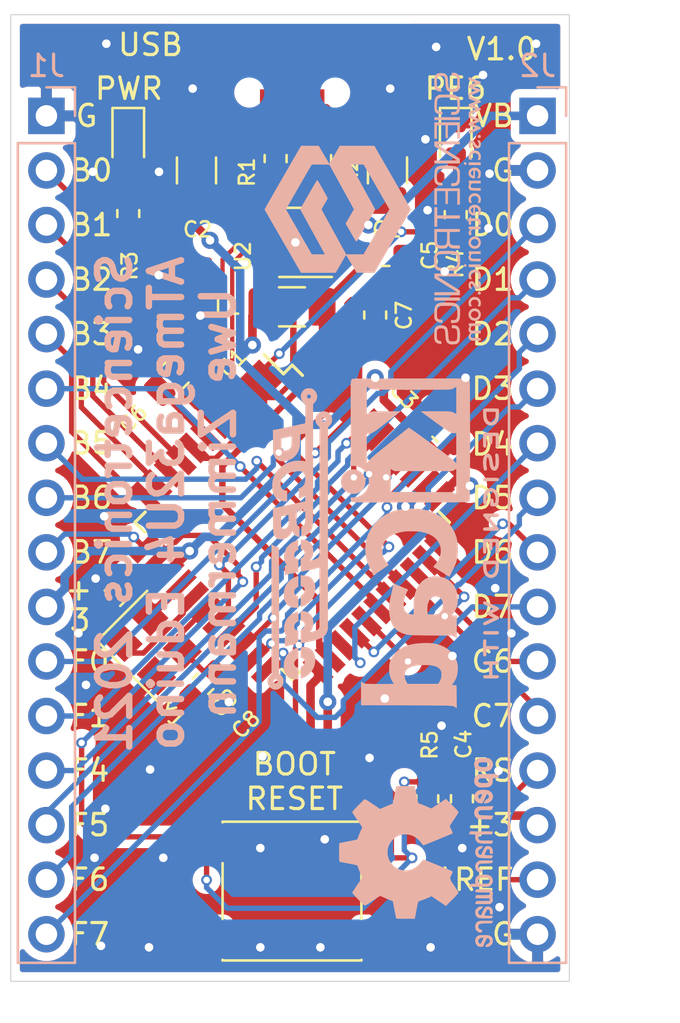
<source format=kicad_pcb>
(kicad_pcb (version 20171130) (host pcbnew "(5.1.5)-3")
  (title_block (date 2020-08-15) (rev v1.0))
  (layers (0 F.Cu signal) (1 In1.Cu signal hide) (2 In2.Cu signal hide) (31 B.Cu signal) (34 B.Paste user) (35 F.Paste user) (36 B.SilkS user) (37 F.SilkS user) (38 B.Mask user) (39 F.Mask user hide) (44 Edge.Cuts user))
  (net 0 "")
  (net 1 "Net-(D1-Pad2)")
  (net 2 "Net-(J3-Pad4)")
  (net 3 "Net-(J3-Pad3)")
  (net 4 "Net-(J3-Pad2)")
  (net 5 VDDA)
  (net 6 +3V3)
  (net 7 GND)
  (net 8 VBUS)
  (net 9 "Net-(U2-Pad4)")
  (net 10 "Net-(C6-Pad1)")
  (net 11 AREF)
  (net 12 "Net-(C8-Pad2)")
  (net 13 "Net-(C9-Pad2)")
  (net 14 "Net-(D2-Pad2)")
  (net 15 D+)
  (net 16 D-)
  (net 17 PE6)
  (net 18 RESET)
  (net 19 PF0)
  (net 20 PF1)
  (net 21 PF4)
  (net 22 PF5)
  (net 23 PF6)
  (net 24 PF7)
  (net 25 PC7)
  (net 26 PC6)
  (net 27 PB6)
  (net 28 PB5)
  (net 29 PB4)
  (net 30 PD7)
  (net 31 PD6)
  (net 32 PD4)
  (net 33 PD5)
  (net 34 PD3)
  (net 35 PD2)
  (net 36 PD1)
  (net 37 PD0)
  (net 38 PB7)
  (net 39 PB3)
  (net 40 PB2)
  (net 41 PB1)
  (net 42 PB0)
  (module 20200622_m32u4:scienctronics (layer B.Cu) (at 152.4 97.028 270)
    (fp_text reference G*** hide)
    (fp_text value LOGO hide)
  )
  (module Fiducial:Fiducial_1mm_Mask2mm (layer F.Cu) (at 157 131)
    (fp_text reference REF** hide)
    (fp_text value Fiducial_1mm_Mask2mm)
    (pad "" smd circle (at 0 0) (size 1 1) (layers F.Cu F.Mask) (clearance 0.5))
  )
  (module 20200622_m32u4:pcbgogo (layer B.Cu) (at 148.95 112.4 270)
    (fp_text reference G*** hide)
    (fp_text value LOGO hide)
  )
  (module Capacitor_SMD:C_0603_1608Metric (layer F.Cu) (at 152.9625 99.187)
    (fp_text reference C5 (at 2.038 0.013 90) (layer F.SilkS) (effects (font (size 0.7 0.7) (thickness 0.12))))
    (fp_text value 100n)
    (pad 2 smd roundrect (at 0.7875 0) (size 0.875 0.95) (layers F.Cu F.Paste F.Mask) (net 7 GND))
    (pad 1 smd roundrect (at -0.7875 0) (size 0.875 0.95) (layers F.Cu F.Paste F.Mask) (net 5 VDDA))
  )
  (module Package_TO_SOT_SMD:SOT-23-5 (layer F.Cu) (at 148.9 98.6 180)
    (fp_text reference U2 (at 2.59 -0.648 90) (layer F.SilkS) (effects (font (size 0.7 0.7) (thickness 0.12))))
    (fp_text value MIC5219-3.3YM5)
    (pad 5 smd rect (at 1.1 -0.95 180) (size 1.06 0.65) (layers F.Cu F.Paste F.Mask) (net 6 +3V3))
    (pad 4 smd rect (at 1.1 0.95 180) (size 1.06 0.65) (layers F.Cu F.Paste F.Mask) (net 9 "Net-(U2-Pad4)"))
    (pad 3 smd rect (at -1.1 0.95 180) (size 1.06 0.65) (layers F.Cu F.Paste F.Mask) (net 8 VBUS))
    (pad 2 smd rect (at -1.1 0 180) (size 1.06 0.65) (layers F.Cu F.Paste F.Mask) (net 7 GND))
    (pad 1 smd rect (at -1.1 -0.95 180) (size 1.06 0.65) (layers F.Cu F.Paste F.Mask) (net 8 VBUS))
  )
  (module 20200622_m32u4:micro-5P-Flat-welding-High-temperature_C40942 (layer F.Cu) (at 148.6 90.1)
    (fp_text reference J3 hide)
    (fp_text value USB_B_Micro)
    (pad "" np_thru_hole circle (at 2 1.525) (size 0.6 0.6) (drill 0.6) (layers *.Cu *.Mask))
    (pad "" np_thru_hole circle (at -2 1.525) (size 0.6 0.6) (drill 0.6) (layers *.Cu *.Mask))
    (pad 6 smd rect (at -1.2 -0.625) (size 1.9 1.9) (layers F.Cu F.Paste F.Mask) (net 7 GND))
    (pad 6 smd rect (at 1.2 -0.625) (size 1.9 1.9) (layers F.Cu F.Paste F.Mask) (net 7 GND))
    (pad 6 smd rect (at -3.95 -0.625) (size 1.9 1.9) (layers F.Cu F.Paste F.Mask) (net 7 GND))
    (pad 6 smd rect (at 3.95 -0.625) (size 1.9 1.9) (layers F.Cu F.Paste F.Mask) (net 7 GND))
    (pad 1 smd rect (at 1.3 2.05) (size 0.4 1.35) (layers F.Cu F.Paste F.Mask) (net 8 VBUS))
    (pad 2 smd rect (at 0.65 2.05) (size 0.4 1.35) (layers F.Cu F.Paste F.Mask) (net 4 "Net-(J3-Pad2)"))
    (pad 3 smd rect (at 0 2.05) (size 0.4 1.35) (layers F.Cu F.Paste F.Mask) (net 3 "Net-(J3-Pad3)"))
    (pad 4 smd rect (at -0.65 2.05) (size 0.4 1.35) (layers F.Cu F.Paste F.Mask) (net 2 "Net-(J3-Pad4)"))
    (pad 5 smd rect (at -1.3 2.05) (size 0.4 1.35) (layers F.Cu F.Paste F.Mask) (net 7 GND))
  )
  (module Symbol:KiCad-Logo2_6mm_SilkScreen (layer B.Cu) (at 153.85 112.6 270)
    (fp_text reference REF** hide)
    (fp_text value KiCad-Logo2_6mm_SilkScreen hide)
  )
  (module Symbol:OSHW-Logo2_9.8x8mm_SilkScreen (layer B.Cu) (at 154.5 127 270)
    (fp_text reference REF** hide)
    (fp_text value OSHW-Logo2_9.8x8mm_SilkScreen hide)
  )
  (module Connector_PinHeader_2.54mm:PinHeader_1x16_P2.54mm_Vertical (layer B.Cu) (at 160.02 92.71 180)
    (fp_text reference J2 (at 0 2.33) (layer B.SilkS) (effects (justify mirror)))
    (fp_text value Conn_01x16)
    (pad 16 thru_hole oval (at 0 -38.1 180) (size 1.7 1.7) (drill 1) (layers *.Cu *.Mask) (net 7 GND))
    (pad 15 thru_hole oval (at 0 -35.56 180) (size 1.7 1.7) (drill 1) (layers *.Cu *.Mask) (net 11 AREF))
    (pad 14 thru_hole oval (at 0 -33.02 180) (size 1.7 1.7) (drill 1) (layers *.Cu *.Mask) (net 6 +3V3))
    (pad 13 thru_hole oval (at 0 -30.48 180) (size 1.7 1.7) (drill 1) (layers *.Cu *.Mask) (net 18 RESET))
    (pad 12 thru_hole oval (at 0 -27.94 180) (size 1.7 1.7) (drill 1) (layers *.Cu *.Mask) (net 25 PC7))
    (pad 11 thru_hole oval (at 0 -25.4 180) (size 1.7 1.7) (drill 1) (layers *.Cu *.Mask) (net 26 PC6))
    (pad 10 thru_hole oval (at 0 -22.86 180) (size 1.7 1.7) (drill 1) (layers *.Cu *.Mask) (net 30 PD7))
    (pad 9 thru_hole oval (at 0 -20.32 180) (size 1.7 1.7) (drill 1) (layers *.Cu *.Mask) (net 31 PD6))
    (pad 8 thru_hole oval (at 0 -17.78 180) (size 1.7 1.7) (drill 1) (layers *.Cu *.Mask) (net 33 PD5))
    (pad 7 thru_hole oval (at 0 -15.24 180) (size 1.7 1.7) (drill 1) (layers *.Cu *.Mask) (net 32 PD4))
    (pad 6 thru_hole oval (at 0 -12.7 180) (size 1.7 1.7) (drill 1) (layers *.Cu *.Mask) (net 34 PD3))
    (pad 5 thru_hole oval (at 0 -10.16 180) (size 1.7 1.7) (drill 1) (layers *.Cu *.Mask) (net 35 PD2))
    (pad 4 thru_hole oval (at 0 -7.62 180) (size 1.7 1.7) (drill 1) (layers *.Cu *.Mask) (net 36 PD1))
    (pad 3 thru_hole oval (at 0 -5.08 180) (size 1.7 1.7) (drill 1) (layers *.Cu *.Mask) (net 37 PD0))
    (pad 2 thru_hole oval (at 0 -2.54 180) (size 1.7 1.7) (drill 1) (layers *.Cu *.Mask) (net 7 GND))
    (pad 1 thru_hole rect (at 0 0 180) (size 1.7 1.7) (drill 1) (layers *.Cu *.Mask) (net 8 VBUS))
  )
  (module Crystal:Crystal_SMD_3225-4Pin_3.2x2.5mm (layer F.Cu) (at 142.1 117.4 315)
    (fp_text reference Y1 (at 2.899138 1.626346 135) (layer F.SilkS) (effects (font (size 0.7 0.7) (thickness 0.12))))
    (fp_text value Crystal_GND24)
    (pad 4 smd rect (at -1.1 -0.85 315) (size 1.4 1.2) (layers F.Cu F.Paste F.Mask) (net 7 GND))
    (pad 3 smd rect (at 1.1 -0.85 315) (size 1.4 1.2) (layers F.Cu F.Paste F.Mask) (net 12 "Net-(C8-Pad2)"))
    (pad 2 smd rect (at 1.1 0.85 315) (size 1.4 1.2) (layers F.Cu F.Paste F.Mask) (net 7 GND))
    (pad 1 smd rect (at -1.1 0.85 315) (size 1.4 1.2) (layers F.Cu F.Paste F.Mask) (net 13 "Net-(C9-Pad2)"))
  )
  (module Fiducial:Fiducial_1mm_Mask2mm (layer F.Cu) (at 138 90)
    (fp_text reference REF** hide)
    (fp_text value Fiducial_1mm_Mask2mm)
    (pad "" smd circle (at 0 0) (size 1 1) (layers F.Cu F.Mask) (clearance 0.5))
  )
  (module Package_QFP:TQFP-44_10x10mm_P0.8mm (layer F.Cu) (at 148.6 111.633 315)
    (fp_text reference U1 (at -7.235824 -3.276026 225) (layer F.SilkS) (effects (font (size 0.7 0.7) (thickness 0.12))))
    (fp_text value ATmega32U4-AU)
    (pad 44 smd rect (at -4 -5.7 45) (size 1.5 0.55) (layers F.Cu F.Paste F.Mask) (net 5 VDDA))
    (pad 43 smd rect (at -3.2 -5.7 45) (size 1.5 0.55) (layers F.Cu F.Paste F.Mask) (net 7 GND))
    (pad 42 smd rect (at -2.4 -5.7 45) (size 1.5 0.55) (layers F.Cu F.Paste F.Mask) (net 11 AREF))
    (pad 41 smd rect (at -1.6 -5.7 45) (size 1.5 0.55) (layers F.Cu F.Paste F.Mask) (net 19 PF0))
    (pad 40 smd rect (at -0.8 -5.7 45) (size 1.5 0.55) (layers F.Cu F.Paste F.Mask) (net 20 PF1))
    (pad 39 smd rect (at 0 -5.7 45) (size 1.5 0.55) (layers F.Cu F.Paste F.Mask) (net 21 PF4))
    (pad 38 smd rect (at 0.8 -5.7 45) (size 1.5 0.55) (layers F.Cu F.Paste F.Mask) (net 22 PF5))
    (pad 37 smd rect (at 1.6 -5.7 45) (size 1.5 0.55) (layers F.Cu F.Paste F.Mask) (net 23 PF6))
    (pad 36 smd rect (at 2.4 -5.7 45) (size 1.5 0.55) (layers F.Cu F.Paste F.Mask) (net 24 PF7))
    (pad 35 smd rect (at 3.2 -5.7 45) (size 1.5 0.55) (layers F.Cu F.Paste F.Mask) (net 7 GND))
    (pad 34 smd rect (at 4 -5.7 45) (size 1.5 0.55) (layers F.Cu F.Paste F.Mask) (net 6 +3V3))
    (pad 33 smd rect (at 5.7 -4 315) (size 1.5 0.55) (layers F.Cu F.Paste F.Mask) (net 7 GND))
    (pad 32 smd rect (at 5.7 -3.2 315) (size 1.5 0.55) (layers F.Cu F.Paste F.Mask) (net 25 PC7))
    (pad 31 smd rect (at 5.7 -2.4 315) (size 1.5 0.55) (layers F.Cu F.Paste F.Mask) (net 26 PC6))
    (pad 30 smd rect (at 5.7 -1.6 315) (size 1.5 0.55) (layers F.Cu F.Paste F.Mask) (net 27 PB6))
    (pad 29 smd rect (at 5.7 -0.8 315) (size 1.5 0.55) (layers F.Cu F.Paste F.Mask) (net 28 PB5))
    (pad 28 smd rect (at 5.7 0 315) (size 1.5 0.55) (layers F.Cu F.Paste F.Mask) (net 29 PB4))
    (pad 27 smd rect (at 5.7 0.8 315) (size 1.5 0.55) (layers F.Cu F.Paste F.Mask) (net 30 PD7))
    (pad 26 smd rect (at 5.7 1.6 315) (size 1.5 0.55) (layers F.Cu F.Paste F.Mask) (net 31 PD6))
    (pad 25 smd rect (at 5.7 2.4 315) (size 1.5 0.55) (layers F.Cu F.Paste F.Mask) (net 32 PD4))
    (pad 24 smd rect (at 5.7 3.2 315) (size 1.5 0.55) (layers F.Cu F.Paste F.Mask) (net 5 VDDA))
    (pad 23 smd rect (at 5.7 4 315) (size 1.5 0.55) (layers F.Cu F.Paste F.Mask) (net 7 GND))
    (pad 22 smd rect (at 4 5.7 45) (size 1.5 0.55) (layers F.Cu F.Paste F.Mask) (net 33 PD5))
    (pad 21 smd rect (at 3.2 5.7 45) (size 1.5 0.55) (layers F.Cu F.Paste F.Mask) (net 34 PD3))
    (pad 20 smd rect (at 2.4 5.7 45) (size 1.5 0.55) (layers F.Cu F.Paste F.Mask) (net 35 PD2))
    (pad 19 smd rect (at 1.6 5.7 45) (size 1.5 0.55) (layers F.Cu F.Paste F.Mask) (net 36 PD1))
    (pad 18 smd rect (at 0.8 5.7 45) (size 1.5 0.55) (layers F.Cu F.Paste F.Mask) (net 37 PD0))
    (pad 17 smd rect (at 0 5.7 45) (size 1.5 0.55) (layers F.Cu F.Paste F.Mask) (net 12 "Net-(C8-Pad2)"))
    (pad 16 smd rect (at -0.8 5.7 45) (size 1.5 0.55) (layers F.Cu F.Paste F.Mask) (net 13 "Net-(C9-Pad2)"))
    (pad 15 smd rect (at -1.6 5.7 45) (size 1.5 0.55) (layers F.Cu F.Paste F.Mask) (net 7 GND))
    (pad 14 smd rect (at -2.4 5.7 45) (size 1.5 0.55) (layers F.Cu F.Paste F.Mask) (net 6 +3V3))
    (pad 13 smd rect (at -3.2 5.7 45) (size 1.5 0.55) (layers F.Cu F.Paste F.Mask) (net 18 RESET))
    (pad 12 smd rect (at -4 5.7 45) (size 1.5 0.55) (layers F.Cu F.Paste F.Mask) (net 38 PB7))
    (pad 11 smd rect (at -5.7 4 315) (size 1.5 0.55) (layers F.Cu F.Paste F.Mask) (net 39 PB3))
    (pad 10 smd rect (at -5.7 3.2 315) (size 1.5 0.55) (layers F.Cu F.Paste F.Mask) (net 40 PB2))
    (pad 9 smd rect (at -5.7 2.4 315) (size 1.5 0.55) (layers F.Cu F.Paste F.Mask) (net 41 PB1))
    (pad 8 smd rect (at -5.7 1.6 315) (size 1.5 0.55) (layers F.Cu F.Paste F.Mask) (net 42 PB0))
    (pad 7 smd rect (at -5.7 0.8 315) (size 1.5 0.55) (layers F.Cu F.Paste F.Mask) (net 8 VBUS))
    (pad 6 smd rect (at -5.7 0 315) (size 1.5 0.55) (layers F.Cu F.Paste F.Mask) (net 10 "Net-(C6-Pad1)"))
    (pad 5 smd rect (at -5.7 -0.8 315) (size 1.5 0.55) (layers F.Cu F.Paste F.Mask) (net 7 GND))
    (pad 4 smd rect (at -5.7 -1.6 315) (size 1.5 0.55) (layers F.Cu F.Paste F.Mask) (net 15 D+))
    (pad 3 smd rect (at -5.7 -2.4 315) (size 1.5 0.55) (layers F.Cu F.Paste F.Mask) (net 16 D-))
    (pad 2 smd rect (at -5.7 -3.2 315) (size 1.5 0.55) (layers F.Cu F.Paste F.Mask) (net 8 VBUS))
    (pad 1 smd rect (at -5.7 -4 315) (size 1.5 0.55) (layers F.Cu F.Paste F.Mask) (net 17 PE6))
  )
  (module Connector_PinHeader_2.54mm:PinHeader_1x16_P2.54mm_Vertical (layer B.Cu) (at 137.16 92.71 180)
    (fp_text reference J1 (at 0 2.33) (layer B.SilkS) (effects (justify mirror)))
    (fp_text value Conn_01x16)
    (pad 16 thru_hole oval (at 0 -38.1 180) (size 1.7 1.7) (drill 1) (layers *.Cu *.Mask) (net 24 PF7))
    (pad 15 thru_hole oval (at 0 -35.56 180) (size 1.7 1.7) (drill 1) (layers *.Cu *.Mask) (net 23 PF6))
    (pad 14 thru_hole oval (at 0 -33.02 180) (size 1.7 1.7) (drill 1) (layers *.Cu *.Mask) (net 22 PF5))
    (pad 13 thru_hole oval (at 0 -30.48 180) (size 1.7 1.7) (drill 1) (layers *.Cu *.Mask) (net 21 PF4))
    (pad 12 thru_hole oval (at 0 -27.94 180) (size 1.7 1.7) (drill 1) (layers *.Cu *.Mask) (net 20 PF1))
    (pad 11 thru_hole oval (at 0 -25.4 180) (size 1.7 1.7) (drill 1) (layers *.Cu *.Mask) (net 19 PF0))
    (pad 10 thru_hole oval (at 0 -22.86 180) (size 1.7 1.7) (drill 1) (layers *.Cu *.Mask) (net 6 +3V3))
    (pad 9 thru_hole oval (at 0 -20.32 180) (size 1.7 1.7) (drill 1) (layers *.Cu *.Mask) (net 38 PB7))
    (pad 8 thru_hole oval (at 0 -17.78 180) (size 1.7 1.7) (drill 1) (layers *.Cu *.Mask) (net 27 PB6))
    (pad 7 thru_hole oval (at 0 -15.24 180) (size 1.7 1.7) (drill 1) (layers *.Cu *.Mask) (net 28 PB5))
    (pad 6 thru_hole oval (at 0 -12.7 180) (size 1.7 1.7) (drill 1) (layers *.Cu *.Mask) (net 29 PB4))
    (pad 5 thru_hole oval (at 0 -10.16 180) (size 1.7 1.7) (drill 1) (layers *.Cu *.Mask) (net 39 PB3))
    (pad 4 thru_hole oval (at 0 -7.62 180) (size 1.7 1.7) (drill 1) (layers *.Cu *.Mask) (net 40 PB2))
    (pad 3 thru_hole oval (at 0 -5.08 180) (size 1.7 1.7) (drill 1) (layers *.Cu *.Mask) (net 41 PB1))
    (pad 2 thru_hole oval (at 0 -2.54 180) (size 1.7 1.7) (drill 1) (layers *.Cu *.Mask) (net 42 PB0))
    (pad 1 thru_hole rect (at 0 0 180) (size 1.7 1.7) (drill 1) (layers *.Cu *.Mask) (net 7 GND))
  )
  (module Resistor_SMD:R_0603_1608Metric (layer F.Cu) (at 154.886 124.5045 90)
    (fp_text reference R5 (at 2.5045 0.114 90) (layer F.SilkS) (effects (font (size 0.7 0.7) (thickness 0.12))))
    (fp_text value 10k)
    (pad 2 smd roundrect (at 0.7875 0 90) (size 0.875 0.95) (layers F.Cu F.Paste F.Mask) (net 18 RESET))
    (pad 1 smd roundrect (at -0.7875 0 90) (size 0.875 0.95) (layers F.Cu F.Paste F.Mask) (net 6 +3V3))
  )
  (module Resistor_SMD:R_0603_1608Metric (layer F.Cu) (at 156.21 97.3075 90)
    (fp_text reference R4 (at -2.2925 -0.01 90) (layer F.SilkS) (effects (font (size 0.7 0.7) (thickness 0.12))))
    (fp_text value 1k)
    (pad 2 smd roundrect (at 0.7875 0 90) (size 0.875 0.95) (layers F.Cu F.Paste F.Mask) (net 14 "Net-(D2-Pad2)"))
    (pad 1 smd roundrect (at -0.7875 0 90) (size 0.875 0.95) (layers F.Cu F.Paste F.Mask) (net 17 PE6))
  )
  (module Resistor_SMD:R_0603_1608Metric (layer F.Cu) (at 140.97 97.2565 90)
    (fp_text reference R3 (at -2.4385 0.0635 90) (layer F.SilkS) (effects (font (size 0.7 0.7) (thickness 0.12))))
    (fp_text value 1k)
    (pad 2 smd roundrect (at 0.7875 0 90) (size 0.875 0.95) (layers F.Cu F.Paste F.Mask) (net 1 "Net-(D1-Pad2)"))
    (pad 1 smd roundrect (at -0.7875 0 90) (size 0.875 0.95) (layers F.Cu F.Paste F.Mask) (net 6 +3V3))
  )
  (module LED_SMD:LED_0603_1608Metric (layer F.Cu) (at 156.21 93.8275 270)
    (fp_text reference D2 hide)
    (fp_text value "LED RD")
    (pad 2 smd roundrect (at 0.7875 0 270) (size 0.875 0.95) (layers F.Cu F.Paste F.Mask) (net 14 "Net-(D2-Pad2)"))
    (pad 1 smd roundrect (at -0.7875 0 270) (size 0.875 0.95) (layers F.Cu F.Paste F.Mask) (net 7 GND))
  )
  (module Capacitor_SMD:C_0603_1608Metric (layer F.Cu) (at 140.35 115.05 225)
    (fp_text reference C9 (at -0.070711 -7.141778 45) (layer F.SilkS) (effects (font (size 0.7 0.7) (thickness 0.12))))
    (fp_text value 22p)
    (pad 2 smd roundrect (at 0.7875 0 225) (size 0.875 0.95) (layers F.Cu F.Paste F.Mask) (net 13 "Net-(C9-Pad2)"))
    (pad 1 smd roundrect (at -0.7875 0 225) (size 0.875 0.95) (layers F.Cu F.Paste F.Mask) (net 7 GND))
  )
  (module Capacitor_SMD:C_0603_1608Metric (layer F.Cu) (at 144.45 119.15 45)
    (fp_text reference C8 (at 0.070711 2.757716 45) (layer F.SilkS) (effects (font (size 0.7 0.7) (thickness 0.12))))
    (fp_text value 22p)
    (pad 2 smd roundrect (at 0.7875 0 45) (size 0.875 0.95) (layers F.Cu F.Paste F.Mask) (net 12 "Net-(C8-Pad2)"))
    (pad 1 smd roundrect (at -0.7875 0 45) (size 0.875 0.95) (layers F.Cu F.Paste F.Mask) (net 7 GND))
  )
  (module Capacitor_SMD:C_0603_1608Metric (layer F.Cu) (at 152.4635 101.981 90)
    (fp_text reference C7 (at -0.019 1.3365 90) (layer F.SilkS) (effects (font (size 0.7 0.7) (thickness 0.12))))
    (fp_text value 100n)
    (pad 2 smd roundrect (at 0.7875 0 90) (size 0.875 0.95) (layers F.Cu F.Paste F.Mask) (net 7 GND))
    (pad 1 smd roundrect (at -0.7875 0 90) (size 0.875 0.95) (layers F.Cu F.Paste F.Mask) (net 11 AREF))
  )
  (module Capacitor_SMD:C_0805_2012Metric (layer F.Cu) (at 143.093413 104.810587 45)
    (fp_text reference C6 (at -2.745573 0.067882 45) (layer F.SilkS) (effects (font (size 0.7 0.7) (thickness 0.12))))
    (fp_text value 1u)
    (pad 2 smd roundrect (at 0.9375 0 45) (size 0.975 1.4) (layers F.Cu F.Paste F.Mask) (net 7 GND))
    (pad 1 smd roundrect (at -0.9375 0 45) (size 0.975 1.4) (layers F.Cu F.Paste F.Mask) (net 10 "Net-(C6-Pad1)"))
  )
  (module Capacitor_SMD:C_0603_1608Metric (layer F.Cu) (at 156.5 124.5 90)
    (fp_text reference C4 (at 2.53 0.0725 90) (layer F.SilkS) (effects (font (size 0.7 0.7) (thickness 0.12))))
    (fp_text value 100n)
    (pad 2 smd roundrect (at 0.7875 0 90) (size 0.875 0.95) (layers F.Cu F.Paste F.Mask) (net 7 GND))
    (pad 1 smd roundrect (at -0.7875 0 90) (size 0.875 0.95) (layers F.Cu F.Paste F.Mask) (net 6 +3V3))
  )
  (module Capacitor_SMD:C_0603_1608Metric (layer F.Cu) (at 155.6 107.4 135)
    (fp_text reference C3 (at 2.472969 -0.094045 135) (layer F.SilkS) (effects (font (size 0.7 0.7) (thickness 0.12))))
    (fp_text value 100n)
    (pad 2 smd roundrect (at 0.7875 0 135) (size 0.875 0.95) (layers F.Cu F.Paste F.Mask) (net 7 GND))
    (pad 1 smd roundrect (at -0.7875 0 135) (size 0.875 0.95) (layers F.Cu F.Paste F.Mask) (net 6 +3V3))
  )
  (module Capacitor_SMD:C_1206_3216Metric (layer F.Cu) (at 144.145 95.25 90)
    (fp_text reference C2 (at -2.75 0.055 180) (layer F.SilkS) (effects (font (size 0.7 0.7) (thickness 0.12))))
    (fp_text value 10u)
    (pad 2 smd roundrect (at 1.4 0 90) (size 1.25 1.75) (layers F.Cu F.Paste F.Mask) (roundrect_rratio 0.2) (net 7 GND))
    (pad 1 smd roundrect (at -1.4 0 90) (size 1.25 1.75) (layers F.Cu F.Paste F.Mask) (roundrect_rratio 0.2) (net 6 +3V3))
  )
  (module Button_Switch_SMD:SW_Push_1P1T_NO_6x6mm_H9.5mm (layer F.Cu) (at 148.59 128.8 180)
    (fp_text reference SW1 hide)
    (fp_text value SW_Push hide)
    (pad 2 smd rect (at 3.975 2.25 180) (size 1.55 1.3) (layers F.Cu F.Paste F.Mask) (net 18 RESET))
    (pad 1 smd rect (at 3.975 -2.25 180) (size 1.55 1.3) (layers F.Cu F.Paste F.Mask) (net 7 GND))
    (pad 1 smd rect (at -3.975 -2.25 180) (size 1.55 1.3) (layers F.Cu F.Paste F.Mask) (net 7 GND))
    (pad 2 smd rect (at -3.975 2.25 180) (size 1.55 1.3) (layers F.Cu F.Paste F.Mask) (net 18 RESET))
  )
  (module Resistor_SMD:R_0603_1608Metric (layer F.Cu) (at 149.9 94.7 90)
    (fp_text reference R2 (at -0.635 1.397 90) (layer F.SilkS) (effects (font (size 0.7 0.7) (thickness 0.12))))
    (fp_text value 22)
    (pad 2 smd roundrect (at 0.7875 0 90) (size 0.875 0.95) (layers F.Cu F.Paste F.Mask) (net 4 "Net-(J3-Pad2)"))
    (pad 1 smd roundrect (at -0.7875 0 90) (size 0.875 0.95) (layers F.Cu F.Paste F.Mask) (net 16 D-))
  )
  (module Resistor_SMD:R_0603_1608Metric (layer F.Cu) (at 147.828 94.7 90)
    (fp_text reference R1 (at -0.635 -1.3335 90) (layer F.SilkS) (effects (font (size 0.7 0.7) (thickness 0.12))))
    (fp_text value 22)
    (pad 2 smd roundrect (at 0.7875 0 90) (size 0.875 0.95) (layers F.Cu F.Paste F.Mask) (net 3 "Net-(J3-Pad3)"))
    (pad 1 smd roundrect (at -0.7875 0 90) (size 0.875 0.95) (layers F.Cu F.Paste F.Mask) (net 15 D+))
  )
  (module Inductor_SMD:L_1206_3216Metric (layer F.Cu) (at 148.59 101.6)
    (fp_text reference L1 (at -2.99 0) (layer F.SilkS) (effects (font (size 0.7 0.7) (thickness 0.12))))
    (fp_text value 10u)
    (pad 2 smd roundrect (at 1.4 0) (size 1.25 1.75) (layers F.Cu F.Paste F.Mask) (roundrect_rratio 0.2) (net 5 VDDA))
    (pad 1 smd roundrect (at -1.4 0) (size 1.25 1.75) (layers F.Cu F.Paste F.Mask) (roundrect_rratio 0.2) (net 6 +3V3))
  )
  (module LED_SMD:LED_0603_1608Metric (layer F.Cu) (at 140.97 93.8275 270)
    (fp_text reference D1 hide)
    (fp_text value "LED GN")
    (pad 2 smd roundrect (at 0.7875 0 270) (size 0.875 0.95) (layers F.Cu F.Paste F.Mask) (net 1 "Net-(D1-Pad2)"))
    (pad 1 smd roundrect (at -0.7875 0 270) (size 0.875 0.95) (layers F.Cu F.Paste F.Mask) (net 7 GND))
  )
  (module Capacitor_SMD:C_1206_3216Metric (layer F.Cu) (at 153.035 95.247 90)
    (fp_text reference C1 (at -2.753 -0.035 180) (layer F.SilkS) (effects (font (size 0.7 0.7) (thickness 0.12))))
    (fp_text value 10u)
    (pad 2 smd roundrect (at 1.4 0 90) (size 1.25 1.75) (layers F.Cu F.Paste F.Mask) (roundrect_rratio 0.2) (net 7 GND))
    (pad 1 smd roundrect (at -1.4 0 90) (size 1.25 1.75) (layers F.Cu F.Paste F.Mask) (roundrect_rratio 0.2) (net 8 VBUS))
  )
  (gr_text "BOOT\nRESET" (at 148.7 123.698) (layer F.SilkS) (effects (font (size 1 1))))
  (gr_text + (at 137.95 114.75) (layer F.SilkS) (effects (font (size 1 1)) (justify left)))
  (gr_text "Sciencetronics 2021\nATmega32U4 Eduino\nUwe Zimmermann" (at 142.75 110.75 90) (layer B.SilkS) (effects (font (size 1.5 1.5) (thickness 0.3)) (justify mirror)))
  (gr_text PE6 (at 156.2 91.44) (layer F.SilkS) (effects (font (size 1 1))))
  (gr_text PWR (at 141 91.44) (layer F.SilkS) (effects (font (size 1 1))))
  (gr_text USB (at 142 89.4) (layer F.SilkS) (effects (font (size 1 1))))
  (gr_text V1.0 (at 158.35 89.6) (layer F.SilkS) (effects (font (size 1 1))))
  (gr_text G (at 138.43 92.71) (layer F.SilkS) (effects (font (size 1 1)) (justify left)))
  (gr_text 3 (at 138.15 116.2) (layer F.SilkS) (effects (font (size 1 1)) (justify left)))
  (gr_text B0 (at 138.176 95.25) (layer F.SilkS) (effects (font (size 1 1)) (justify left)))
  (gr_text B1 (at 138.176 97.79) (layer F.SilkS) (effects (font (size 1 1)) (justify left)))
  (gr_text B2 (at 138.176 100.33) (layer F.SilkS) (effects (font (size 1 1)) (justify left)))
  (gr_text B3 (at 138.176 102.87) (layer F.SilkS) (effects (font (size 1 1)) (justify left)))
  (gr_text B4 (at 138.176 105.41) (layer F.SilkS) (effects (font (size 1 1)) (justify left)))
  (gr_text B5 (at 138.176 107.95) (layer F.SilkS) (effects (font (size 1 1)) (justify left)))
  (gr_text B6 (at 138.176 110.49) (layer F.SilkS) (effects (font (size 1 1)) (justify left)))
  (gr_text B7 (at 138.176 113.03) (layer F.SilkS) (effects (font (size 1 1)) (justify left)))
  (gr_text F0 (at 138.176 118.11) (layer F.SilkS) (effects (font (size 1 1)) (justify left)))
  (gr_text F1 (at 138.176 120.65) (layer F.SilkS) (effects (font (size 1 1)) (justify left)))
  (gr_text F4 (at 138.176 123.19) (layer F.SilkS) (effects (font (size 1 1)) (justify left)))
  (gr_text F5 (at 138.176 125.73) (layer F.SilkS) (effects (font (size 1 1)) (justify left)))
  (gr_text F6 (at 138.176 128.27) (layer F.SilkS) (effects (font (size 1 1)) (justify left)))
  (gr_text F7 (at 138.176 130.81) (layer F.SilkS) (effects (font (size 1 1)) (justify left)))
  (gr_text G (at 159 130.81) (layer F.SilkS) (effects (font (size 1 1)) (justify right)))
  (gr_text AREF (at 159 128.27) (layer F.SilkS) (effects (font (size 1 1)) (justify right)))
  (gr_text +3 (at 159 125.73) (layer F.SilkS) (effects (font (size 1 1)) (justify right)))
  (gr_text RS (at 159 123.19) (layer F.SilkS) (effects (font (size 1 1)) (justify right)))
  (gr_text C7 (at 159 120.65) (layer F.SilkS) (effects (font (size 1 1)) (justify right)))
  (gr_text C6 (at 159 118.11) (layer F.SilkS) (effects (font (size 1 1)) (justify right)))
  (gr_text D7 (at 159 115.57) (layer F.SilkS) (effects (font (size 1 1)) (justify right)))
  (gr_text D6 (at 159 113.03) (layer F.SilkS) (effects (font (size 1 1)) (justify right)))
  (gr_text D5 (at 159 110.5) (layer F.SilkS) (effects (font (size 1 1)) (justify right)))
  (gr_text D4 (at 159 108) (layer F.SilkS) (effects (font (size 1 1)) (justify right)))
  (gr_text D3 (at 159 105.41) (layer F.SilkS) (effects (font (size 1 1)) (justify right)))
  (gr_text D2 (at 159.004 102.87) (layer F.SilkS) (effects (font (size 1 1)) (justify right)))
  (gr_text D1 (at 159.004 100.33) (layer F.SilkS) (effects (font (size 1 1)) (justify right)))
  (gr_text D0 (at 159.004 97.79) (layer F.SilkS) (effects (font (size 1 1)) (justify right)))
  (gr_text G (at 159.004 95.25) (layer F.SilkS) (effects (font (size 1 1)) (justify right)))
  (gr_text VB (at 159 92.71) (layer F.SilkS) (effects (font (size 1 1)) (justify right)))
  (gr_line (start 135.5 133) (end 135.5 88) (layer Edge.Cuts) (width 0.05))
  (gr_line (start 161.5 133) (end 135.5 133) (layer Edge.Cuts) (width 0.05))
  (gr_line (start 161.5 88) (end 161.5 133) (layer Edge.Cuts) (width 0.05))
  (gr_line (start 135.5 88) (end 161.5 88) (layer Edge.Cuts) (width 0.05))
  (segment (start 140.97 96.469) (end 140.97 94.615) (width 0.25) (layer F.Cu) (net 1))
  (segment (start 148.6 93.1405) (end 147.828 93.9125) (width 0.25) (layer F.Cu) (net 3))
  (segment (start 148.6 92.15) (end 148.6 93.1405) (width 0.25) (layer F.Cu) (net 3))
  (segment (start 149.25 93.2625) (end 149.9 93.9125) (width 0.25) (layer F.Cu) (net 4))
  (segment (start 149.25 92.15) (end 149.25 93.2625) (width 0.25) (layer F.Cu) (net 4))
  (segment (start 149.802082 104.774064) (end 149.802082 104.769418) (width 0.3) (layer F.Cu) (net 5))
  (segment (start 149.99 104.5815) (end 149.99 101.6) (width 0.3) (layer F.Cu) (net 5))
  (segment (start 149.802082 104.769418) (end 149.99 104.5815) (width 0.3) (layer F.Cu) (net 5))
  (segment (start 149.858658 117.417141) (end 149.858658 115.308658) (width 0.3) (layer F.Cu) (net 5))
  (segment (start 150.367767 117.92625) (end 149.858658 117.417141) (width 0.3) (layer F.Cu) (net 5))
  (segment (start 148.825255 105.538787) (end 149.037359 105.538787) (width 0.3) (layer F.Cu) (net 5))
  (segment (start 145.35 110.8) (end 145.35 109.014042) (width 0.3) (layer F.Cu) (net 5))
  (segment (start 149.037359 105.538787) (end 149.802082 104.774064) (width 0.3) (layer F.Cu) (net 5))
  (segment (start 145.35 109.014042) (end 148.825255 105.538787) (width 0.3) (layer F.Cu) (net 5))
  (segment (start 149.858658 115.308658) (end 145.35 110.8) (width 0.3) (layer F.Cu) (net 5))
  (segment (start 152.175 99.415) (end 149.99 101.6) (width 0.4) (layer F.Cu) (net 5))
  (segment (start 152.175 99.187) (end 152.175 99.415) (width 0.4) (layer F.Cu) (net 5))
  (segment (start 147.49 101.3) (end 147.19 101.6) (width 0.4) (layer F.Cu) (net 6))
  (segment (start 142.872435 113.966452) (end 142.872435 113.921565) (width 0.4) (layer F.Cu) (net 6))
  (segment (start 142.872435 113.921565) (end 143.8275 112.9665) (width 0.4) (layer F.Cu) (net 6))
  (via (at 143.8275 112.9665) (size 0.8) (drill 0.4) (layers F.Cu B.Cu) (net 6))
  (via (at 152.4635 104.902) (size 0.8) (drill 0.4) (layers F.Cu B.Cu) (net 6))
  (segment (start 152.4635 104.902) (end 152.863499 105.301999) (width 0.4) (layer F.Cu) (net 6))
  (segment (start 152.863499 105.301999) (end 152.863499 105.936999) (width 0.4) (layer F.Cu) (net 6))
  (segment (start 156.4005 109.474) (end 155.458936 110.430918) (width 0.4) (layer F.Cu) (net 6))
  (segment (start 150.27275 107.09275) (end 150.08225 107.09275) (width 0.4) (layer B.Cu) (net 6))
  (segment (start 150.27275 107.09275) (end 152.4635 104.902) (width 0.4) (layer B.Cu) (net 6))
  (via (at 146.7485 103.378) (size 0.8) (drill 0.4) (layers F.Cu B.Cu) (net 6))
  (segment (start 146.7485 102.0415) (end 147.19 101.6) (width 0.4) (layer F.Cu) (net 6))
  (segment (start 146.7485 103.378) (end 146.7485 102.0415) (width 0.4) (layer F.Cu) (net 6))
  (segment (start 146.177 103.9495) (end 146.7485 103.378) (width 0.4) (layer B.Cu) (net 6))
  (segment (start 146.177 104.0765) (end 146.177 103.9495) (width 0.4) (layer B.Cu) (net 6))
  (segment (start 156.4005 109.474) (end 156.4132 109.474) (width 0.4) (layer F.Cu) (net 6))
  (segment (start 156.4132 109.474) (end 156.8704 109.9312) (width 0.4) (layer F.Cu) (net 6))
  (via (at 156.8704 109.9312) (size 0.8) (drill 0.4) (layers F.Cu B.Cu) (net 6))
  (via (at 150.25361 119.9896) (size 0.8) (drill 0.4) (layers F.Cu B.Cu) (net 6))
  (segment (start 156.8704 109.9312) (end 150.25361 116.54799) (width 0.4) (layer B.Cu) (net 6))
  (segment (start 150.25361 119.423915) (end 150.25361 119.9896) (width 0.4) (layer B.Cu) (net 6))
  (segment (start 150.25361 116.54799) (end 150.25361 119.423915) (width 0.4) (layer B.Cu) (net 6))
  (segment (start 142.24 98.044) (end 140.97 98.044) (width 0.4) (layer F.Cu) (net 6))
  (segment (start 144.145 97.275) (end 143.376 98.044) (width 0.4) (layer F.Cu) (net 6))
  (segment (start 143.376 98.044) (end 142.24 98.044) (width 0.4) (layer F.Cu) (net 6))
  (segment (start 144.145 96.65) (end 144.145 97.275) (width 0.4) (layer F.Cu) (net 6))
  (segment (start 154.411 125.292) (end 154.886 125.292) (width 0.4) (layer F.Cu) (net 6))
  (segment (start 153.165598 125.292) (end 154.411 125.292) (width 0.4) (layer F.Cu) (net 6))
  (segment (start 150.25361 122.380012) (end 153.165598 125.292) (width 0.4) (layer F.Cu) (net 6))
  (segment (start 150.25361 119.9896) (end 150.25361 122.380012) (width 0.4) (layer F.Cu) (net 6))
  (segment (start 156.723 125.292) (end 156.7275 125.2875) (width 0.4) (layer F.Cu) (net 6))
  (segment (start 154.886 125.292) (end 156.723 125.292) (width 0.4) (layer F.Cu) (net 6))
  (segment (start 159.5775 125.2875) (end 160.02 125.73) (width 0.4) (layer F.Cu) (net 6))
  (segment (start 156.7275 125.2875) (end 159.5775 125.2875) (width 0.4) (layer F.Cu) (net 6))
  (segment (start 155.56325 108.63675) (end 155.56325 108.550444) (width 0.4) (layer F.Cu) (net 6))
  (segment (start 155.56325 108.550444) (end 156.156847 107.956847) (width 0.4) (layer F.Cu) (net 6))
  (segment (start 152.863499 105.936999) (end 155.56325 108.63675) (width 0.4) (layer F.Cu) (net 6))
  (segment (start 155.56325 108.63675) (end 156.4005 109.474) (width 0.4) (layer F.Cu) (net 6))
  (segment (start 150.27275 107.09275) (end 149.29275 107.09275) (width 0.4) (layer B.Cu) (net 6))
  (segment (start 149.29275 107.09275) (end 149.2 107) (width 0.4) (layer B.Cu) (net 6))
  (segment (start 149.2 107) (end 148.8 106.6) (width 0.4) (layer B.Cu) (net 6))
  (segment (start 148.8 106.6) (end 146.177 104.0765) (width 0.4) (layer B.Cu) (net 6))
  (via (at 144.77499 98.502862) (size 0.8) (drill 0.4) (layers F.Cu B.Cu) (net 6))
  (segment (start 144.145 96.65) (end 144.145 97.872872) (width 0.4) (layer F.Cu) (net 6))
  (segment (start 145.174989 98.902861) (end 144.77499 98.502862) (width 0.4) (layer B.Cu) (net 6))
  (segment (start 144.374991 98.102863) (end 144.77499 98.502862) (width 0.4) (layer F.Cu) (net 6))
  (segment (start 146.177 104.0765) (end 146.177 99.904872) (width 0.4) (layer B.Cu) (net 6))
  (segment (start 146.177 99.904872) (end 145.174989 98.902861) (width 0.4) (layer B.Cu) (net 6))
  (segment (start 144.145 97.872872) (end 144.374991 98.102863) (width 0.4) (layer F.Cu) (net 6))
  (segment (start 144.487199 112.306801) (end 145.13549 112.306801) (width 0.4) (layer B.Cu) (net 6))
  (segment (start 143.8275 112.9665) (end 144.487199 112.306801) (width 0.4) (layer B.Cu) (net 6))
  (segment (start 145.13549 112.306801) (end 148.8 108.642291) (width 0.4) (layer B.Cu) (net 6))
  (segment (start 148.8 108.642291) (end 148.8 106.6) (width 0.4) (layer B.Cu) (net 6))
  (segment (start 147.8 100.99) (end 147.19 101.6) (width 0.4) (layer F.Cu) (net 6))
  (segment (start 147.8 99.55) (end 147.8 100.99) (width 0.4) (layer F.Cu) (net 6))
  (segment (start 143.8275 112.9665) (end 139.1835 112.9665) (width 0.4) (layer B.Cu) (net 6))
  (segment (start 138.009999 114.720001) (end 137.16 115.57) (width 0.4) (layer B.Cu) (net 6))
  (segment (start 138.009999 114.140001) (end 138.009999 114.720001) (width 0.4) (layer B.Cu) (net 6))
  (segment (start 139.1835 112.9665) (end 138.009999 114.140001) (width 0.4) (layer B.Cu) (net 6))
  (segment (start 145.135177 107.036806) (end 144.5 106.401629) (width 0.3) (layer F.Cu) (net 7))
  (segment (start 144.5 104.891348) (end 143.756326 104.147674) (width 0.3) (layer F.Cu) (net 7))
  (segment (start 144.5 106.401629) (end 144.5 104.891348) (width 0.3) (layer F.Cu) (net 7))
  (segment (start 151.9885 101.1935) (end 151.13 102.052) (width 0.4) (layer F.Cu) (net 7))
  (segment (start 152.4635 101.1935) (end 151.9885 101.1935) (width 0.4) (layer F.Cu) (net 7))
  (segment (start 151.13 104.577517) (end 150.367767 105.33975) (width 0.4) (layer F.Cu) (net 7))
  (segment (start 151.13 102.052) (end 151.13 104.577517) (width 0.4) (layer F.Cu) (net 7))
  (segment (start 154.89325 109.865233) (end 154.866267 109.865233) (width 0.4) (layer F.Cu) (net 7))
  (segment (start 154.89325 109.865233) (end 154.89325 109.87635) (width 0.4) (layer F.Cu) (net 7))
  (via (at 153.8732 110.8964) (size 0.8) (drill 0.4) (layers F.Cu B.Cu) (net 7))
  (segment (start 154.89325 109.87635) (end 153.8732 110.8964) (width 0.4) (layer F.Cu) (net 7))
  (segment (start 143.43812 114.532138) (end 143.430262 114.532138) (width 0.4) (layer F.Cu) (net 7))
  (segment (start 143.430262 114.532138) (end 142.3416 115.6208) (width 0.4) (layer F.Cu) (net 7))
  (segment (start 142.041688 115.6208) (end 141.067694 114.646806) (width 0.4) (layer F.Cu) (net 7))
  (segment (start 142.3416 115.6208) (end 142.041688 115.6208) (width 0.4) (layer F.Cu) (net 7))
  (via (at 156.0576 117.856) (size 0.8) (drill 0.4) (layers F.Cu B.Cu) (net 7))
  (via (at 150.114 126.3904) (size 0.8) (drill 0.4) (layers F.Cu B.Cu) (net 7))
  (via (at 156.5148 126.8) (size 0.8) (drill 0.4) (layers F.Cu B.Cu) (net 7))
  (via (at 158.2 123.2) (size 0.8) (drill 0.4) (layers F.Cu B.Cu) (net 7))
  (via (at 147.2184 122.5296) (size 0.8) (drill 0.4) (layers F.Cu B.Cu) (net 7))
  (segment (start 149.802082 118.491936) (end 149.802082 118.880844) (width 0.4) (layer F.Cu) (net 7))
  (segment (start 149.802082 118.880844) (end 149.4536 119.229326) (width 0.4) (layer F.Cu) (net 7))
  (segment (start 149.4536 125.73) (end 150.114 126.3904) (width 0.4) (layer F.Cu) (net 7))
  (segment (start 149.4536 119.229326) (end 149.4536 125.73) (width 0.4) (layer F.Cu) (net 7))
  (via (at 152.2 122.6) (size 0.8) (drill 0.4) (layers F.Cu B.Cu) (net 7))
  (via (at 139 119.2) (size 0.8) (drill 0.4) (layers F.Cu B.Cu) (net 7))
  (via (at 141.986 123.1392) (size 0.8) (drill 0.4) (layers F.Cu B.Cu) (net 7))
  (via (at 139.9032 124.968) (size 0.8) (drill 0.4) (layers F.Cu B.Cu) (net 7))
  (via (at 147.1168 131.4196) (size 0.8) (drill 0.4) (layers F.Cu B.Cu) (net 7))
  (via (at 149.9108 131.4196) (size 0.8) (drill 0.4) (layers F.Cu B.Cu) (net 7))
  (via (at 155.0416 131.4196) (size 0.8) (drill 0.4) (layers F.Cu B.Cu) (net 7))
  (via (at 158.25 129.55) (size 0.8) (drill 0.4) (layers F.Cu B.Cu) (net 7))
  (via (at 141.9352 131.4196) (size 0.8) (drill 0.4) (layers F.Cu B.Cu) (net 7))
  (via (at 152.908 119.8372) (size 0.8) (drill 0.4) (layers F.Cu B.Cu) (net 7))
  (via (at 142.6 127.25) (size 0.8) (drill 0.4) (layers F.Cu B.Cu) (net 7))
  (via (at 147.1168 126.7968) (size 0.8) (drill 0.4) (layers F.Cu B.Cu) (net 7))
  (via (at 141.4272 103.5812) (size 0.8) (drill 0.4) (layers F.Cu B.Cu) (net 7))
  (via (at 144.3228 102.0064) (size 0.8) (drill 0.4) (layers F.Cu B.Cu) (net 7))
  (via (at 142.3924 100.1268) (size 0.8) (drill 0.4) (layers F.Cu B.Cu) (net 7))
  (via (at 156.6672 104.902) (size 0.8) (drill 0.4) (layers F.Cu B.Cu) (net 7))
  (via (at 157.734 97.9424) (size 0.8) (drill 0.4) (layers F.Cu B.Cu) (net 7))
  (via (at 157.7848 95.4024) (size 0.8) (drill 0.4) (layers F.Cu B.Cu) (net 7))
  (via (at 155.7 99.95) (size 0.8) (drill 0.4) (layers F.Cu B.Cu) (net 7))
  (via (at 139.319 95.3135) (size 0.8) (drill 0.4) (layers F.Cu B.Cu) (net 7))
  (via (at 157.48 90.805) (size 0.8) (drill 0.4) (layers F.Cu B.Cu) (net 7))
  (via (at 155.3 89.5) (size 0.8) (drill 0.4) (layers F.Cu B.Cu) (net 7))
  (via (at 139.95 89.35) (size 0.8) (drill 0.4) (layers F.Cu B.Cu) (net 7))
  (via (at 143.9672 91.44) (size 0.8) (drill 0.4) (layers F.Cu B.Cu) (net 7))
  (via (at 153.162 91.44) (size 0.8) (drill 0.4) (layers F.Cu B.Cu) (net 7))
  (via (at 142.4 95.3135) (size 0.8) (drill 0.4) (layers F.Cu B.Cu) (net 7))
  (via (at 154.8 93.8) (size 0.8) (drill 0.4) (layers F.Cu B.Cu) (net 7))
  (via (at 158.8 116.8) (size 0.8) (drill 0.4) (layers F.Cu B.Cu) (net 7))
  (segment (start 146 92.7) (end 145.9 92.6) (width 0.4) (layer F.Cu) (net 7))
  (via (at 148.75 98.6) (size 0.8) (drill 0.4) (layers F.Cu B.Cu) (net 7))
  (segment (start 148.75 98.6) (end 150 98.6) (width 0.4) (layer F.Cu) (net 7))
  (segment (start 147.225 92.7) (end 146 92.7) (width 0.4) (layer F.Cu) (net 7))
  (segment (start 147.3 92.625) (end 147.225 92.7) (width 0.4) (layer F.Cu) (net 7))
  (segment (start 147.3 92.15) (end 147.3 92.625) (width 0.4) (layer F.Cu) (net 7))
  (via (at 139.45 114.25) (size 0.8) (drill 0.4) (layers F.Cu B.Cu) (net 7))
  (via (at 139.85 111.35) (size 0.8) (drill 0.4) (layers F.Cu B.Cu) (net 7))
  (via (at 158.05 114.7) (size 0.8) (drill 0.4) (layers F.Cu B.Cu) (net 7))
  (via (at 139.7 131.35) (size 0.8) (drill 0.4) (layers F.Cu B.Cu) (net 7))
  (via (at 155.55 121.1) (size 0.8) (drill 0.4) (layers F.Cu B.Cu) (net 7))
  (via (at 145.65 120) (size 0.8) (drill 0.4) (layers F.Cu B.Cu) (net 7))
  (via (at 138.65 116.8) (size 0.8) (drill 0.4) (layers F.Cu B.Cu) (net 7))
  (via (at 139.4 127.25) (size 0.8) (drill 0.4) (layers F.Cu B.Cu) (net 7))
  (via (at 154.9 97.1) (size 0.8) (drill 0.4) (layers F.Cu B.Cu) (net 7))
  (via (at 159.95 89.35) (size 0.8) (drill 0.4) (layers F.Cu B.Cu) (net 7))
  (segment (start 147.868418 105.823858) (end 148.6535 105.038776) (width 0.25) (layer F.Cu) (net 8))
  (segment (start 146.832233 105.33975) (end 147.316341 105.823858) (width 0.25) (layer F.Cu) (net 8))
  (segment (start 147.316341 105.823858) (end 147.868418 105.823858) (width 0.25) (layer F.Cu) (net 8))
  (segment (start 147.316342 106.375934) (end 147.316342 105.823859) (width 0.25) (layer F.Cu) (net 8))
  (segment (start 147.316342 105.823859) (end 146.832233 105.33975) (width 0.25) (layer F.Cu) (net 8))
  (segment (start 144.487914 108.652285) (end 145.039991 108.652285) (width 0.25) (layer F.Cu) (net 8))
  (segment (start 144.003806 108.168177) (end 144.487914 108.652285) (width 0.25) (layer F.Cu) (net 8))
  (segment (start 145.039991 108.652285) (end 147.316342 106.375934) (width 0.25) (layer F.Cu) (net 8))
  (segment (start 152.146 97.79) (end 152.711685 97.79) (width 0.4) (layer B.Cu) (net 8))
  (segment (start 158.77 92.71) (end 160.02 92.71) (width 0.4) (layer B.Cu) (net 8))
  (segment (start 157.791685 92.71) (end 158.77 92.71) (width 0.4) (layer B.Cu) (net 8))
  (segment (start 152.711685 97.79) (end 157.791685 92.71) (width 0.4) (layer B.Cu) (net 8))
  (via (at 152.146 97.79) (size 0.8) (drill 0.4) (layers F.Cu B.Cu) (net 8))
  (segment (start 149.17 99.55) (end 150 99.55) (width 0.3) (layer F.Cu) (net 8))
  (segment (start 148.6535 100.0665) (end 149.17 99.55) (width 0.3) (layer F.Cu) (net 8))
  (segment (start 148.6535 105.038776) (end 148.6535 100.0665) (width 0.3) (layer F.Cu) (net 8))
  (segment (start 151.03 97.65) (end 151.18 97.8) (width 0.5) (layer F.Cu) (net 8))
  (segment (start 150 97.65) (end 151.03 97.65) (width 0.5) (layer F.Cu) (net 8))
  (segment (start 151.19 97.79) (end 152.146 97.79) (width 0.5) (layer F.Cu) (net 8))
  (segment (start 151.18 97.8) (end 151.19 97.79) (width 0.5) (layer F.Cu) (net 8))
  (segment (start 151.003 96.647) (end 150 97.65) (width 0.5) (layer F.Cu) (net 8))
  (segment (start 153.035 96.647) (end 151.003 96.647) (width 0.5) (layer F.Cu) (net 8))
  (segment (start 151.003 96.647) (end 151.247 96.647) (width 0.5) (layer F.Cu) (net 8))
  (segment (start 151.247 96.647) (end 151.2 96.6) (width 0.5) (layer F.Cu) (net 8))
  (segment (start 151.2 96.6) (end 151.2 93.45) (width 0.5) (layer F.Cu) (net 8))
  (segment (start 149.9 92.15) (end 150.15 92.4) (width 0.3) (layer F.Cu) (net 8))
  (segment (start 150.15 92.4) (end 151.2 93.45) (width 0.5) (layer F.Cu) (net 8))
  (segment (start 151.18 99.2) (end 151.18 97.8) (width 0.3) (layer F.Cu) (net 8))
  (segment (start 150.83 99.55) (end 151.18 99.2) (width 0.3) (layer F.Cu) (net 8))
  (segment (start 150 99.55) (end 150.83 99.55) (width 0.3) (layer F.Cu) (net 8))
  (segment (start 144.559491 107.602491) (end 142.4305 105.4735) (width 0.25) (layer F.Cu) (net 10))
  (segment (start 144.569491 107.602491) (end 144.559491 107.602491) (width 0.25) (layer F.Cu) (net 10))
  (segment (start 150.449344 106.389543) (end 150.277457 106.389543) (width 0.25) (layer F.Cu) (net 11))
  (segment (start 150.933452 105.905435) (end 150.449344 106.389543) (width 0.25) (layer F.Cu) (net 11))
  (segment (start 150.277457 106.389543) (end 148.7805 107.8865) (width 0.25) (layer F.Cu) (net 11))
  (segment (start 148.7805 107.8865) (end 148.7805 108.458) (width 0.25) (layer F.Cu) (net 11))
  (segment (start 148.7805 108.458) (end 153.0985 112.776) (width 0.25) (layer F.Cu) (net 11))
  (via (at 153.0985 112.776) (size 0.5) (drill 0.3) (layers F.Cu B.Cu) (net 11))
  (segment (start 148.752288 118.021436) (end 148.752288 127.352788) (width 0.25) (layer F.Cu) (net 11))
  (segment (start 149.6695 128.27) (end 160.02 128.27) (width 0.25) (layer F.Cu) (net 11))
  (segment (start 148.752288 127.352788) (end 149.6695 128.27) (width 0.25) (layer F.Cu) (net 11))
  (segment (start 148.752288 118.021436) (end 148.752288 117.503212) (width 0.25) (layer F.Cu) (net 11))
  (via (at 148.9075 117.348) (size 0.5) (drill 0.3) (layers F.Cu B.Cu) (net 11))
  (segment (start 148.752288 117.503212) (end 148.9075 117.348) (width 0.25) (layer F.Cu) (net 11))
  (segment (start 152.848501 113.025999) (end 153.0985 112.776) (width 0.25) (layer B.Cu) (net 11))
  (segment (start 152.785001 113.025999) (end 152.848501 113.025999) (width 0.25) (layer B.Cu) (net 11))
  (segment (start 149.157499 116.653501) (end 152.785001 113.025999) (width 0.25) (layer B.Cu) (net 11))
  (segment (start 149.157499 117.098001) (end 149.157499 116.653501) (width 0.25) (layer B.Cu) (net 11))
  (segment (start 148.9075 117.348) (end 149.157499 117.098001) (width 0.25) (layer B.Cu) (net 11))
  (segment (start 151.738499 105.100388) (end 151.738499 103.018501) (width 0.25) (layer F.Cu) (net 11))
  (segment (start 150.933452 105.905435) (end 151.738499 105.100388) (width 0.25) (layer F.Cu) (net 11))
  (segment (start 151.9885 102.7685) (end 152.4635 102.7685) (width 0.25) (layer F.Cu) (net 11))
  (segment (start 151.738499 103.018501) (end 151.9885 102.7685) (width 0.25) (layer F.Cu) (net 11))
  (segment (start 143.478858 116.754142) (end 143.478858 117.576777) (width 0.25) (layer F.Cu) (net 12))
  (segment (start 144.569491 115.663509) (end 143.478858 116.754142) (width 0.25) (layer F.Cu) (net 12))
  (segment (start 143.478858 117.576777) (end 143.478858 117.665164) (width 0.25) (layer F.Cu) (net 12))
  (segment (start 144.495234 118.593153) (end 143.478858 117.576777) (width 0.25) (layer F.Cu) (net 12))
  (segment (start 145.006847 118.593153) (end 144.495234 118.593153) (width 0.25) (layer F.Cu) (net 12))
  (segment (start 141.216117 117.718198) (end 140.721142 117.223223) (width 0.25) (layer F.Cu) (net 13))
  (segment (start 141.675753 117.718198) (end 141.216117 117.718198) (width 0.25) (layer F.Cu) (net 13))
  (segment (start 143.519697 115.581932) (end 143.519697 115.874254) (width 0.25) (layer F.Cu) (net 13))
  (segment (start 143.519697 115.874254) (end 141.675753 117.718198) (width 0.25) (layer F.Cu) (net 13))
  (segment (start 144.003806 115.097823) (end 143.519697 115.581932) (width 0.25) (layer F.Cu) (net 13))
  (segment (start 140.721142 117.223223) (end 140.721142 117.134836) (width 0.25) (layer F.Cu) (net 13))
  (segment (start 139.793153 116.295234) (end 140.721142 117.223223) (width 0.25) (layer F.Cu) (net 13))
  (segment (start 139.793153 115.606847) (end 139.793153 116.295234) (width 0.25) (layer F.Cu) (net 13))
  (segment (start 156.21 96.52) (end 156.21 94.615) (width 0.25) (layer F.Cu) (net 14))
  (segment (start 146.299999 98.451105) (end 145.357448 99.393656) (width 0.2) (layer F.Cu) (net 15))
  (segment (start 146.739338 96.349999) (end 146.299999 96.789338) (width 0.2) (layer F.Cu) (net 15))
  (segment (start 146.299999 96.789338) (end 146.299999 98.451105) (width 0.2) (layer F.Cu) (net 15))
  (segment (start 145.357448 99.393656) (end 145.357448 105.329595) (width 0.2) (layer F.Cu) (net 15))
  (segment (start 147.828 95.4875) (end 147.828 96.349999) (width 0.2) (layer F.Cu) (net 15))
  (segment (start 147.828 96.349999) (end 146.739338 96.349999) (width 0.2) (layer F.Cu) (net 15))
  (segment (start 145.357448 105.329595) (end 145.241754 105.445289) (width 0.2) (layer F.Cu) (net 15))
  (segment (start 145.241754 105.445289) (end 145.241754 105.693829) (width 0.2) (layer F.Cu) (net 15))
  (segment (start 145.241754 105.693829) (end 145.700862 106.152937) (width 0.2) (layer F.Cu) (net 15))
  (segment (start 145.700862 106.152937) (end 145.700862 106.47112) (width 0.2) (layer F.Cu) (net 15))
  (segment (start 146.150862 105.789749) (end 146.266548 105.905435) (width 0.2) (layer F.Cu) (net 16))
  (segment (start 145.807439 99.580061) (end 145.807439 105.446326) (width 0.2) (layer F.Cu) (net 16))
  (segment (start 146.74999 98.63751) (end 145.807439 99.580061) (width 0.2) (layer F.Cu) (net 16))
  (segment (start 146.92573 96.79999) (end 146.74999 96.97573) (width 0.2) (layer F.Cu) (net 16))
  (segment (start 146.74999 96.97573) (end 146.74999 98.63751) (width 0.2) (layer F.Cu) (net 16))
  (segment (start 148.58751 96.79999) (end 146.92573 96.79999) (width 0.2) (layer F.Cu) (net 16))
  (segment (start 145.807439 105.446326) (end 146.150862 105.789749) (width 0.2) (layer F.Cu) (net 16))
  (segment (start 149.9 95.4875) (end 148.58751 96.79999) (width 0.2) (layer F.Cu) (net 16))
  (via (at 153.67 98.1075) (size 0.5) (drill 0.3) (layers F.Cu B.Cu) (net 17))
  (segment (start 156.1975 98.1075) (end 156.21 98.095) (width 0.25) (layer F.Cu) (net 17))
  (segment (start 153.67 98.1075) (end 154.9275 98.1075) (width 0.25) (layer F.Cu) (net 17))
  (segment (start 153.67 98.1075) (end 148.001059 103.776441) (width 0.25) (layer B.Cu) (net 17))
  (segment (start 148.001059 103.776441) (end 148.001059 103.782015) (width 0.25) (layer B.Cu) (net 17))
  (segment (start 147.397918 104.385156) (end 148.001059 103.782015) (width 0.25) (layer F.Cu) (net 17))
  (via (at 148.001059 103.782015) (size 0.5) (drill 0.3) (layers F.Cu B.Cu) (net 17))
  (segment (start 147.397918 104.774064) (end 147.397918 104.385156) (width 0.25) (layer F.Cu) (net 17))
  (segment (start 154.94 98.095) (end 156.21 98.095) (width 0.25) (layer F.Cu) (net 17))
  (segment (start 154.9275 98.1075) (end 154.94 98.095) (width 0.25) (layer F.Cu) (net 17))
  (segment (start 142.30675 113.400767) (end 142.30675 113.333998) (width 0.25) (layer F.Cu) (net 18))
  (segment (start 142.831279 112.809469) (end 143.081278 112.55947) (width 0.25) (layer F.Cu) (net 18))
  (segment (start 142.30675 113.333998) (end 142.831279 112.809469) (width 0.25) (layer F.Cu) (net 18))
  (via (at 154.178 127.254) (size 0.5) (drill 0.3) (layers F.Cu B.Cu) (net 18))
  (segment (start 154.886 124.1545) (end 154.886 123.717) (width 0.25) (layer F.Cu) (net 18))
  (segment (start 158.73499 124.47501) (end 155.20651 124.47501) (width 0.25) (layer F.Cu) (net 18))
  (segment (start 155.20651 124.47501) (end 154.886 124.1545) (width 0.25) (layer F.Cu) (net 18))
  (segment (start 160.02 123.19) (end 158.73499 124.47501) (width 0.25) (layer F.Cu) (net 18))
  (segment (start 154.411 123.717) (end 154.394 123.7) (width 0.25) (layer F.Cu) (net 18))
  (segment (start 154.886 123.717) (end 154.411 123.717) (width 0.25) (layer F.Cu) (net 18))
  (segment (start 154.886 123.717) (end 153.817 123.717) (width 0.25) (layer F.Cu) (net 18))
  (via (at 153.817 123.717) (size 0.5) (drill 0.3) (layers F.Cu B.Cu) (net 18))
  (segment (start 153.817 126.893) (end 154.178 127.254) (width 0.25) (layer B.Cu) (net 18))
  (segment (start 153.817 123.717) (end 153.817 126.893) (width 0.25) (layer B.Cu) (net 18))
  (segment (start 153.269 127.254) (end 152.565 126.55) (width 0.25) (layer F.Cu) (net 18))
  (segment (start 154.178 127.254) (end 153.269 127.254) (width 0.25) (layer F.Cu) (net 18))
  (segment (start 144.615 126.55) (end 144.615 128.285) (width 0.25) (layer F.Cu) (net 18))
  (via (at 144.615 128.285) (size 0.5) (drill 0.3) (layers F.Cu B.Cu) (net 18))
  (segment (start 146.07788 113.635871) (end 146.07788 114.07788) (width 0.25) (layer F.Cu) (net 18))
  (segment (start 144.683508 112.241499) (end 146.07788 113.635871) (width 0.25) (layer F.Cu) (net 18))
  (segment (start 143.081278 112.55947) (end 143.161528 112.55947) (width 0.25) (layer F.Cu) (net 18))
  (segment (start 143.479499 112.241499) (end 144.683508 112.241499) (width 0.25) (layer F.Cu) (net 18))
  (segment (start 143.161528 112.55947) (end 143.479499 112.241499) (width 0.25) (layer F.Cu) (net 18))
  (via (at 146.3 114.4) (size 0.5) (drill 0.3) (layers F.Cu B.Cu) (net 18))
  (segment (start 146.07788 114.07788) (end 146.3 114.3) (width 0.25) (layer F.Cu) (net 18))
  (segment (start 146.3 114.3) (end 146.3 114.4) (width 0.25) (layer F.Cu) (net 18))
  (segment (start 146.3 114.4) (end 146.050001 114.649999) (width 0.25) (layer B.Cu) (net 18))
  (via (at 138.8 121.9) (size 0.5) (drill 0.3) (layers F.Cu B.Cu) (net 18))
  (segment (start 146.050001 114.649999) (end 138.8 121.9) (width 0.25) (layer B.Cu) (net 18))
  (segment (start 138.8 121.9) (end 138.8 125.6) (width 0.25) (layer F.Cu) (net 18))
  (segment (start 143.59 126.55) (end 144.615 126.55) (width 0.25) (layer F.Cu) (net 18))
  (segment (start 143.314999 126.274999) (end 143.59 126.55) (width 0.25) (layer F.Cu) (net 18))
  (segment (start 139.474999 126.274999) (end 143.314999 126.274999) (width 0.25) (layer F.Cu) (net 18))
  (segment (start 138.8 125.6) (end 139.474999 126.274999) (width 0.25) (layer F.Cu) (net 18))
  (segment (start 144.615 128.285) (end 144.615 128.638553) (width 0.25) (layer B.Cu) (net 18))
  (segment (start 151.8285 129.6035) (end 151.9 129.6) (width 0.25) (layer B.Cu) (net 18))
  (segment (start 145.576447 129.6) (end 151.9 129.6) (width 0.25) (layer B.Cu) (net 18))
  (segment (start 144.615 128.638553) (end 145.576447 129.6) (width 0.25) (layer B.Cu) (net 18))
  (segment (start 151.9 129.6) (end 154.178 127.254) (width 0.25) (layer B.Cu) (net 18))
  (via (at 149.665892 108.402243) (size 0.5) (drill 0.3) (layers F.Cu B.Cu) (net 19))
  (segment (start 149.915891 108.152244) (end 149.665892 108.402243) (width 0.25) (layer F.Cu) (net 19))
  (segment (start 151.499138 106.568997) (end 149.915891 108.152244) (width 0.25) (layer F.Cu) (net 19))
  (segment (start 151.499138 106.47112) (end 151.499138 106.568997) (width 0.25) (layer F.Cu) (net 19))
  (segment (start 139.8905 118.11) (end 145.168688 112.831812) (width 0.25) (layer B.Cu) (net 19))
  (segment (start 149.415893 108.652242) (end 149.665892 108.402243) (width 0.25) (layer B.Cu) (net 19))
  (segment (start 137.16 118.11) (end 139.8905 118.11) (width 0.25) (layer B.Cu) (net 19))
  (segment (start 145.352956 112.831812) (end 149.415893 108.768875) (width 0.25) (layer B.Cu) (net 19))
  (segment (start 145.168688 112.831812) (end 145.352956 112.831812) (width 0.25) (layer B.Cu) (net 19))
  (segment (start 149.415893 108.768875) (end 149.415893 108.652242) (width 0.25) (layer B.Cu) (net 19))
  (via (at 151.13 107.95) (size 0.5) (drill 0.3) (layers F.Cu B.Cu) (net 20))
  (segment (start 151.151629 107.95) (end 152.064823 107.036806) (width 0.25) (layer F.Cu) (net 20))
  (segment (start 151.13 107.95) (end 151.151629 107.95) (width 0.25) (layer F.Cu) (net 20))
  (segment (start 137.16 120.65) (end 139.168088 120.65) (width 0.25) (layer B.Cu) (net 20))
  (segment (start 139.168088 120.65) (end 149.774531 110.043557) (width 0.25) (layer B.Cu) (net 20))
  (segment (start 149.774531 109.743204) (end 150.73164 108.786095) (width 0.25) (layer B.Cu) (net 20))
  (segment (start 150.73164 108.786095) (end 150.73164 108.34836) (width 0.25) (layer B.Cu) (net 20))
  (segment (start 149.774531 110.043557) (end 149.774531 109.743204) (width 0.25) (layer B.Cu) (net 20))
  (segment (start 150.73164 108.34836) (end 150.880001 108.199999) (width 0.25) (layer B.Cu) (net 20))
  (segment (start 150.880001 108.199999) (end 151.13 107.95) (width 0.25) (layer B.Cu) (net 20))
  (via (at 151.464526 109.540621) (size 0.5) (drill 0.3) (layers F.Cu B.Cu) (net 21))
  (segment (start 151.214527 109.79062) (end 151.464526 109.540621) (width 0.25) (layer B.Cu) (net 21))
  (segment (start 151.214527 109.876381) (end 151.214527 109.79062) (width 0.25) (layer B.Cu) (net 21))
  (segment (start 151.464526 108.768474) (end 151.464526 109.187068) (width 0.25) (layer F.Cu) (net 21))
  (segment (start 152.630509 107.602491) (end 151.464526 108.768474) (width 0.25) (layer F.Cu) (net 21))
  (segment (start 151.464526 109.187068) (end 151.464526 109.540621) (width 0.25) (layer F.Cu) (net 21))
  (segment (start 147.6375 113.453408) (end 151.214527 109.876381) (width 0.25) (layer B.Cu) (net 21))
  (segment (start 147.6375 114.041011) (end 147.6375 113.453408) (width 0.25) (layer B.Cu) (net 21))
  (segment (start 138.488511 123.19) (end 147.6375 114.041011) (width 0.25) (layer B.Cu) (net 21))
  (segment (start 137.16 123.19) (end 138.488511 123.19) (width 0.25) (layer B.Cu) (net 21))
  (segment (start 153.196194 108.168177) (end 153.196194 108.370083) (width 0.25) (layer F.Cu) (net 22))
  (via (at 152.17809 109.388187) (size 0.5) (drill 0.3) (layers F.Cu B.Cu) (net 22))
  (segment (start 153.196194 108.370083) (end 152.428089 109.138188) (width 0.25) (layer F.Cu) (net 22))
  (segment (start 152.428089 109.138188) (end 152.17809 109.388187) (width 0.25) (layer F.Cu) (net 22))
  (segment (start 152.17809 109.640245) (end 152.17809 109.388187) (width 0.25) (layer B.Cu) (net 22))
  (segment (start 148.087511 113.730824) (end 152.17809 109.640245) (width 0.25) (layer B.Cu) (net 22))
  (segment (start 148.087511 114.232399) (end 148.087511 113.730824) (width 0.25) (layer B.Cu) (net 22))
  (segment (start 137.16 125.15991) (end 148.087511 114.232399) (width 0.25) (layer B.Cu) (net 22))
  (segment (start 137.16 125.73) (end 137.16 125.15991) (width 0.25) (layer B.Cu) (net 22))
  (segment (start 152.971501 109.5375) (end 152.971501 109.537499) (width 0.25) (layer B.Cu) (net 23))
  (via (at 152.971501 109.5375) (size 0.5) (drill 0.3) (layers F.Cu B.Cu) (net 23))
  (segment (start 152.971501 109.524241) (end 153.76188 108.733862) (width 0.25) (layer F.Cu) (net 23))
  (segment (start 152.971501 109.5375) (end 152.971501 109.524241) (width 0.25) (layer F.Cu) (net 23))
  (segment (start 137.16 128.27) (end 138.335001 127.094999) (width 0.25) (layer B.Cu) (net 23))
  (segment (start 138.335001 127.094999) (end 138.335001 124.87532) (width 0.25) (layer B.Cu) (net 23))
  (segment (start 138.335001 124.87532) (end 147.082533 116.127788) (width 0.25) (layer B.Cu) (net 23))
  (segment (start 147.082533 116.127788) (end 147.082533 115.873789) (width 0.25) (layer B.Cu) (net 23))
  (segment (start 147.082533 115.873789) (end 148.537522 114.418799) (width 0.25) (layer B.Cu) (net 23))
  (segment (start 148.537522 114.418799) (end 148.537522 113.917224) (width 0.25) (layer B.Cu) (net 23))
  (segment (start 152.667247 109.787499) (end 152.721502 109.787499) (width 0.25) (layer B.Cu) (net 23))
  (segment (start 148.537522 113.917224) (end 152.667247 109.787499) (width 0.25) (layer B.Cu) (net 23))
  (segment (start 152.721502 109.787499) (end 152.971501 109.5375) (width 0.25) (layer B.Cu) (net 23))
  (segment (start 153.843456 109.783657) (end 154.327565 109.299548) (width 0.25) (layer F.Cu) (net 24))
  (via (at 153.012514 110.929645) (size 0.5) (drill 0.3) (layers F.Cu B.Cu) (net 24))
  (segment (start 137.16 130.81) (end 147.0609 120.9091) (width 0.25) (layer B.Cu) (net 24))
  (segment (start 147.367519 116.694122) (end 148.098056 116.694122) (width 0.25) (layer B.Cu) (net 24))
  (segment (start 148.098056 116.694122) (end 148.257477 116.534701) (width 0.25) (layer B.Cu) (net 24))
  (segment (start 148.257477 116.534701) (end 148.257477 116.280701) (width 0.25) (layer B.Cu) (net 24))
  (segment (start 148.257477 116.280701) (end 148.381339 116.156839) (width 0.25) (layer B.Cu) (net 24))
  (segment (start 148.381339 116.156839) (end 148.381339 115.914373) (width 0.25) (layer B.Cu) (net 24))
  (segment (start 148.381339 115.914373) (end 153.012514 111.283198) (width 0.25) (layer B.Cu) (net 24))
  (segment (start 153.012514 111.283198) (end 153.012514 110.929645) (width 0.25) (layer B.Cu) (net 24))
  (segment (start 154.327565 109.299548) (end 154.289058 109.299548) (width 0.25) (layer F.Cu) (net 24))
  (segment (start 154.289058 109.299548) (end 153.012514 110.576092) (width 0.25) (layer F.Cu) (net 24))
  (segment (start 147.0609 117.000741) (end 147.367519 116.694122) (width 0.25) (layer B.Cu) (net 24))
  (segment (start 153.012514 110.576092) (end 153.012514 110.929645) (width 0.25) (layer F.Cu) (net 24))
  (segment (start 147.0609 120.9091) (end 147.0609 117.000741) (width 0.25) (layer B.Cu) (net 24))
  (segment (start 154.89325 113.400767) (end 154.900767 113.400767) (width 0.25) (layer F.Cu) (net 25))
  (segment (start 154.900767 113.400767) (end 156.6 115.1) (width 0.25) (layer F.Cu) (net 25))
  (via (at 156.6 115.1) (size 0.5) (drill 0.3) (layers F.Cu B.Cu) (net 25))
  (segment (start 156.6 115.1) (end 156.350001 115.349999) (width 0.25) (layer B.Cu) (net 25))
  (segment (start 156.350001 115.349999) (end 155.7 116) (width 0.25) (layer B.Cu) (net 25))
  (via (at 155.7 116) (size 0.5) (drill 0.3) (layers F.Cu B.Cu) (net 25))
  (segment (start 160.02 120.32) (end 160.02 120.65) (width 0.25) (layer F.Cu) (net 25))
  (segment (start 155.7 116) (end 160.02 120.32) (width 0.25) (layer F.Cu) (net 25))
  (segment (start 154.327565 113.966452) (end 154.517454 113.966452) (width 0.25) (layer F.Cu) (net 26))
  (segment (start 158.661002 118.11) (end 158.817919 118.11) (width 0.25) (layer F.Cu) (net 26))
  (segment (start 154.517454 113.966452) (end 158.661002 118.11) (width 0.25) (layer F.Cu) (net 26))
  (segment (start 158.817919 118.11) (end 160.02 118.11) (width 0.25) (layer F.Cu) (net 26))
  (segment (start 153.76188 114.532138) (end 147.968488 108.738746) (width 0.25) (layer F.Cu) (net 27))
  (segment (start 147.968488 108.738746) (end 147.968488 108.737631) (width 0.25) (layer F.Cu) (net 27))
  (via (at 147.968488 108.384078) (size 0.5) (drill 0.3) (layers F.Cu B.Cu) (net 27))
  (segment (start 147.968488 108.737631) (end 147.968488 108.384078) (width 0.25) (layer F.Cu) (net 27))
  (segment (start 147.718489 108.634077) (end 147.968488 108.384078) (width 0.25) (layer B.Cu) (net 27))
  (segment (start 147.718489 108.981325) (end 147.718489 108.634077) (width 0.25) (layer B.Cu) (net 27))
  (segment (start 137.16 110.49) (end 146.209814 110.49) (width 0.25) (layer B.Cu) (net 27))
  (segment (start 146.209814 110.49) (end 147.718489 108.981325) (width 0.25) (layer B.Cu) (net 27))
  (segment (start 153.196194 115.097823) (end 153.196194 115.030578) (width 0.25) (layer F.Cu) (net 28))
  (segment (start 153.196194 115.030578) (end 147.200409 109.034793) (width 0.25) (layer F.Cu) (net 28))
  (via (at 146.95041 108.784794) (size 0.5) (drill 0.3) (layers F.Cu B.Cu) (net 28))
  (segment (start 147.200409 109.034793) (end 146.95041 108.784794) (width 0.25) (layer F.Cu) (net 28))
  (segment (start 146.95041 109.112993) (end 146.95041 108.784794) (width 0.25) (layer B.Cu) (net 28))
  (segment (start 146.438423 109.62498) (end 146.95041 109.112993) (width 0.25) (layer B.Cu) (net 28))
  (segment (start 138.83498 109.62498) (end 146.438423 109.62498) (width 0.25) (layer B.Cu) (net 28))
  (segment (start 137.16 107.95) (end 138.83498 109.62498) (width 0.25) (layer B.Cu) (net 28))
  (segment (start 146.428797 109.283786) (end 146.178798 109.033787) (width 0.25) (layer F.Cu) (net 29))
  (segment (start 142.555011 105.41) (end 146.178798 109.033787) (width 0.25) (layer B.Cu) (net 29))
  (via (at 146.178798 109.033787) (size 0.5) (drill 0.3) (layers F.Cu B.Cu) (net 29))
  (segment (start 137.16 105.41) (end 142.555011 105.41) (width 0.25) (layer B.Cu) (net 29))
  (segment (start 152.630509 115.485498) (end 146.428797 109.283786) (width 0.25) (layer F.Cu) (net 29))
  (segment (start 152.630509 115.663509) (end 152.630509 115.485498) (width 0.25) (layer F.Cu) (net 29))
  (via (at 153.9875 118.11) (size 0.5) (drill 0.3) (layers F.Cu B.Cu) (net 30))
  (segment (start 152.106694 116.229194) (end 152.064823 116.229194) (width 0.25) (layer F.Cu) (net 30))
  (segment (start 153.9875 118.11) (end 152.106694 116.229194) (width 0.25) (layer F.Cu) (net 30))
  (segment (start 156.981002 115.57) (end 154.441002 118.11) (width 0.25) (layer B.Cu) (net 30))
  (segment (start 154.441002 118.11) (end 154.341053 118.11) (width 0.25) (layer B.Cu) (net 30))
  (segment (start 160.02 115.57) (end 156.981002 115.57) (width 0.25) (layer B.Cu) (net 30))
  (segment (start 154.341053 118.11) (end 153.9875 118.11) (width 0.25) (layer B.Cu) (net 30))
  (segment (start 151.499138 116.79488) (end 151.52938 116.79488) (width 0.25) (layer F.Cu) (net 31))
  (via (at 152.4 117.6655) (size 0.5) (drill 0.3) (layers F.Cu B.Cu) (net 31))
  (segment (start 151.52938 116.79488) (end 152.4 117.6655) (width 0.25) (layer F.Cu) (net 31))
  (segment (start 152.4 117.6655) (end 158.369 111.6965) (width 0.25) (layer B.Cu) (net 31))
  (via (at 158.4 111.7) (size 0.5) (drill 0.3) (layers F.Cu B.Cu) (net 31))
  (segment (start 158.369 111.6965) (end 158.3965 111.6965) (width 0.25) (layer B.Cu) (net 31))
  (segment (start 158.3965 111.6965) (end 158.4 111.7) (width 0.25) (layer B.Cu) (net 31))
  (segment (start 158.69 111.7) (end 160.02 113.03) (width 0.25) (layer F.Cu) (net 31))
  (segment (start 158.4 111.7) (end 158.69 111.7) (width 0.25) (layer F.Cu) (net 31))
  (segment (start 150.81657 117.270338) (end 150.566571 117.020339) (width 0.25) (layer F.Cu) (net 32))
  (segment (start 150.933452 117.360565) (end 150.906797 117.360565) (width 0.25) (layer F.Cu) (net 32))
  (segment (start 150.906797 117.360565) (end 150.81657 117.270338) (width 0.25) (layer F.Cu) (net 32))
  (segment (start 150.933452 117.360565) (end 150.952065 117.360565) (width 0.25) (layer F.Cu) (net 32))
  (segment (start 150.952065 117.360565) (end 151.765 118.1735) (width 0.25) (layer F.Cu) (net 32))
  (via (at 151.765 118.1735) (size 0.5) (drill 0.3) (layers F.Cu B.Cu) (net 32))
  (segment (start 151.515001 116.518499) (end 151.7015 116.332) (width 0.25) (layer B.Cu) (net 32))
  (segment (start 151.515001 117.923501) (end 151.515001 116.518499) (width 0.25) (layer B.Cu) (net 32))
  (segment (start 151.765 118.1735) (end 151.515001 117.923501) (width 0.25) (layer B.Cu) (net 32))
  (segment (start 160.02 107.95) (end 151.7015 116.332) (width 0.25) (layer B.Cu) (net 32))
  (segment (start 147.397918 118.491936) (end 147.786826 118.491936) (width 0.25) (layer F.Cu) (net 33))
  (segment (start 148.177278 118.101484) (end 148.177278 117.719135) (width 0.25) (layer F.Cu) (net 33))
  (segment (start 147.786826 118.491936) (end 148.177278 118.101484) (width 0.25) (layer F.Cu) (net 33))
  (via (at 148.177278 117.719135) (size 0.5) (drill 0.3) (layers F.Cu B.Cu) (net 33))
  (segment (start 159.170001 111.339999) (end 159.170001 111.746501) (width 0.25) (layer B.Cu) (net 33))
  (segment (start 150.978611 119.937891) (end 150.978611 120.337601) (width 0.25) (layer B.Cu) (net 33))
  (segment (start 148.177278 118.072688) (end 148.177278 117.719135) (width 0.25) (layer B.Cu) (net 33))
  (segment (start 159.170001 111.746501) (end 156.391503 114.524999) (width 0.25) (layer B.Cu) (net 33))
  (segment (start 150.978611 120.337601) (end 150.601611 120.714601) (width 0.25) (layer B.Cu) (net 33))
  (segment (start 155.124999 115.723999) (end 155.124999 115.791503) (width 0.25) (layer B.Cu) (net 33))
  (segment (start 156.391503 114.524999) (end 156.323999 114.524999) (width 0.25) (layer B.Cu) (net 33))
  (segment (start 155.124999 115.791503) (end 150.978611 119.937891) (width 0.25) (layer B.Cu) (net 33))
  (segment (start 148.177278 119.12588) (end 148.177278 118.072688) (width 0.25) (layer B.Cu) (net 33))
  (segment (start 156.323999 114.524999) (end 155.124999 115.723999) (width 0.25) (layer B.Cu) (net 33))
  (segment (start 149.765999 120.714601) (end 148.177278 119.12588) (width 0.25) (layer B.Cu) (net 33))
  (segment (start 150.601611 120.714601) (end 149.765999 120.714601) (width 0.25) (layer B.Cu) (net 33))
  (segment (start 160.02 110.49) (end 159.170001 111.339999) (width 0.25) (layer B.Cu) (net 33))
  (segment (start 146.985021 117.92625) (end 147.385903 117.525368) (width 0.25) (layer F.Cu) (net 34))
  (segment (start 147.385903 117.525368) (end 147.635902 117.275369) (width 0.25) (layer F.Cu) (net 34))
  (segment (start 146.832233 117.92625) (end 146.985021 117.92625) (width 0.25) (layer F.Cu) (net 34))
  (via (at 147.635902 117.275369) (size 0.5) (drill 0.3) (layers F.Cu B.Cu) (net 34))
  (segment (start 160.02 105.41) (end 159.170001 106.259999) (width 0.25) (layer B.Cu) (net 34))
  (segment (start 159.170001 106.259999) (end 158.718391 106.259999) (width 0.25) (layer B.Cu) (net 34))
  (segment (start 148.83135 116.14704) (end 148.83135 116.343239) (width 0.25) (layer B.Cu) (net 34))
  (segment (start 147.767138 117.144133) (end 147.635902 117.275369) (width 0.25) (layer B.Cu) (net 34))
  (segment (start 148.83135 116.343239) (end 148.707488 116.467101) (width 0.25) (layer B.Cu) (net 34))
  (segment (start 153.356989 111.621401) (end 148.83135 116.14704) (width 0.25) (layer B.Cu) (net 34))
  (segment (start 148.284456 117.144133) (end 147.767138 117.144133) (width 0.25) (layer B.Cu) (net 34))
  (segment (start 148.707488 116.467101) (end 148.707488 116.721101) (width 0.25) (layer B.Cu) (net 34))
  (segment (start 154.221201 111.621401) (end 153.356989 111.621401) (width 0.25) (layer B.Cu) (net 34))
  (segment (start 148.707488 116.721101) (end 148.284456 117.144133) (width 0.25) (layer B.Cu) (net 34))
  (segment (start 154.932624 110.045766) (end 154.932624 110.909978) (width 0.25) (layer B.Cu) (net 34))
  (segment (start 154.932624 110.909978) (end 154.221201 111.621401) (width 0.25) (layer B.Cu) (net 34))
  (segment (start 158.718391 106.259999) (end 154.932624 110.045766) (width 0.25) (layer B.Cu) (net 34))
  (via (at 147.716488 116.085847) (size 0.5) (drill 0.3) (layers F.Cu B.Cu) (net 35))
  (segment (start 146.266548 117.360565) (end 146.44177 117.360565) (width 0.25) (layer F.Cu) (net 35))
  (segment (start 147.466489 116.335846) (end 147.716488 116.085847) (width 0.25) (layer F.Cu) (net 35))
  (segment (start 146.44177 117.360565) (end 147.466489 116.335846) (width 0.25) (layer F.Cu) (net 35))
  (segment (start 160.02 102.87) (end 159.170001 103.719999) (width 0.25) (layer B.Cu) (net 35))
  (segment (start 159.170001 103.719999) (end 159.170001 104.481999) (width 0.25) (layer B.Cu) (net 35))
  (segment (start 159.170001 104.481999) (end 153.297356 110.354644) (width 0.25) (layer B.Cu) (net 35))
  (segment (start 153.297356 110.354644) (end 152.736513 110.354644) (width 0.25) (layer B.Cu) (net 35))
  (segment (start 152.736513 110.354644) (end 148.987533 114.103624) (width 0.25) (layer B.Cu) (net 35))
  (segment (start 148.987533 114.103624) (end 148.987533 114.6052) (width 0.25) (layer B.Cu) (net 35))
  (segment (start 148.987533 114.6052) (end 147.716488 115.876245) (width 0.25) (layer B.Cu) (net 35))
  (segment (start 147.716488 115.876245) (end 147.716488 116.085847) (width 0.25) (layer B.Cu) (net 35))
  (via (at 146.923565 113.707711) (size 0.5) (drill 0.3) (layers F.Cu B.Cu) (net 36))
  (segment (start 146.923565 115.572177) (end 146.923565 114.061264) (width 0.25) (layer F.Cu) (net 36))
  (segment (start 145.700862 116.79488) (end 146.923565 115.572177) (width 0.25) (layer F.Cu) (net 36))
  (segment (start 146.923565 114.061264) (end 146.923565 113.707711) (width 0.25) (layer F.Cu) (net 36))
  (segment (start 151.181651 108.728079) (end 151.181651 108.972494) (width 0.25) (layer B.Cu) (net 36))
  (segment (start 147.173564 113.457712) (end 146.923565 113.707711) (width 0.25) (layer B.Cu) (net 36))
  (segment (start 147.173564 113.280935) (end 147.173564 113.457712) (width 0.25) (layer B.Cu) (net 36))
  (segment (start 150.224542 110.229957) (end 147.173564 113.280935) (width 0.25) (layer B.Cu) (net 36))
  (segment (start 150.224542 109.929603) (end 150.224542 110.229957) (width 0.25) (layer B.Cu) (net 36))
  (segment (start 151.181651 108.972494) (end 150.224542 109.929603) (width 0.25) (layer B.Cu) (net 36))
  (segment (start 158.729731 101.179999) (end 151.181651 108.728079) (width 0.25) (layer B.Cu) (net 36))
  (segment (start 159.170001 101.179999) (end 158.729731 101.179999) (width 0.25) (layer B.Cu) (net 36))
  (segment (start 160.02 100.33) (end 159.170001 101.179999) (width 0.25) (layer B.Cu) (net 36))
  (segment (start 145.627871 114.036864) (end 145.457528 113.866521) (width 0.25) (layer F.Cu) (net 37))
  (segment (start 145.627871 115.7365) (end 145.627871 114.036864) (width 0.25) (layer F.Cu) (net 37))
  (segment (start 145.457528 113.866521) (end 145.207529 113.616522) (width 0.25) (layer F.Cu) (net 37))
  (via (at 145.207529 113.616522) (size 0.5) (drill 0.3) (layers F.Cu B.Cu) (net 37))
  (segment (start 145.135177 116.229194) (end 145.627871 115.7365) (width 0.25) (layer F.Cu) (net 37))
  (segment (start 153.188502 105.250002) (end 152.811502 105.627002) (width 0.25) (layer B.Cu) (net 37))
  (segment (start 145.514801 113.366523) (end 145.457528 113.366523) (width 0.25) (layer B.Cu) (net 37))
  (segment (start 153.188502 104.621498) (end 153.188502 105.250002) (width 0.25) (layer B.Cu) (net 37))
  (segment (start 160.02 97.79) (end 153.188502 104.621498) (width 0.25) (layer B.Cu) (net 37))
  (segment (start 150.281629 107.918371) (end 150.281629 108.599695) (width 0.25) (layer B.Cu) (net 37))
  (segment (start 152.811502 105.627002) (end 152.572998 105.627002) (width 0.25) (layer B.Cu) (net 37))
  (segment (start 152.572998 105.627002) (end 150.281629 107.918371) (width 0.25) (layer B.Cu) (net 37))
  (segment (start 150.281629 108.599695) (end 145.514801 113.366523) (width 0.25) (layer B.Cu) (net 37))
  (segment (start 145.457528 113.366523) (end 145.207529 113.616522) (width 0.25) (layer B.Cu) (net 37))
  (segment (start 141.546146 113.03) (end 141.741064 112.835082) (width 0.25) (layer F.Cu) (net 38))
  (segment (start 137.16 113.03) (end 138.009999 112.180001) (width 0.25) (layer B.Cu) (net 38))
  (segment (start 141.088293 112.180001) (end 141.224782 112.31649) (width 0.25) (layer B.Cu) (net 38))
  (segment (start 141.224782 112.3188) (end 141.224782 112.31649) (width 0.25) (layer F.Cu) (net 38))
  (segment (start 141.741064 112.835082) (end 141.224782 112.3188) (width 0.25) (layer F.Cu) (net 38))
  (via (at 141.224782 112.31649) (size 0.5) (drill 0.3) (layers F.Cu B.Cu) (net 38))
  (segment (start 138.009999 112.180001) (end 141.088293 112.180001) (width 0.25) (layer B.Cu) (net 38))
  (segment (start 138.335001 104.045001) (end 138.009999 103.719999) (width 0.25) (layer F.Cu) (net 39))
  (segment (start 138.335001 107.413763) (end 138.335001 104.045001) (width 0.25) (layer F.Cu) (net 39))
  (segment (start 138.009999 103.719999) (end 137.16 102.87) (width 0.25) (layer F.Cu) (net 39))
  (segment (start 141.352156 110.430918) (end 138.335001 107.413763) (width 0.25) (layer F.Cu) (net 39))
  (segment (start 141.741064 110.430918) (end 141.352156 110.430918) (width 0.25) (layer F.Cu) (net 39))
  (segment (start 141.822641 109.381124) (end 141.822641 109.310641) (width 0.25) (layer F.Cu) (net 40))
  (segment (start 142.30675 109.865233) (end 141.822641 109.381124) (width 0.25) (layer F.Cu) (net 40))
  (segment (start 138.009999 101.179999) (end 137.16 100.33) (width 0.25) (layer F.Cu) (net 40))
  (segment (start 138.785012 106.273012) (end 138.785012 101.955012) (width 0.25) (layer F.Cu) (net 40))
  (segment (start 138.785012 101.955012) (end 138.009999 101.179999) (width 0.25) (layer F.Cu) (net 40))
  (segment (start 141.822641 109.310641) (end 138.785012 106.273012) (width 0.25) (layer F.Cu) (net 40))
  (segment (start 142.872435 109.299548) (end 139.319 105.746113) (width 0.25) (layer F.Cu) (net 41))
  (segment (start 139.319 99.949) (end 137.16 97.79) (width 0.25) (layer F.Cu) (net 41))
  (segment (start 139.319 105.746113) (end 139.319 99.949) (width 0.25) (layer F.Cu) (net 41))
  (segment (start 143.43812 108.733862) (end 139.827 105.122742) (width 0.25) (layer F.Cu) (net 42))
  (segment (start 139.827 97.917) (end 137.16 95.25) (width 0.25) (layer F.Cu) (net 42))
  (segment (start 139.827 105.122742) (end 139.827 97.917) (width 0.25) (layer F.Cu) (net 42))
  (zone (net 7) (net_name GND) (layer B.Cu) (connect_pads (clearance 0.4)) (min_thickness 0.254) (fill yes (arc_segments 32) (thermal_gap 0.508) (thermal_bridge_width 0.508))
    (polygon (pts (xy 162 133) (xy 135 133) (xy 135 87.5) (xy 162 87.5)))
  )
  (zone (net 7) (net_name GND) (layer F.Cu) (connect_pads (clearance 0.4)) (min_thickness 0.254) (fill yes (arc_segments 32) (thermal_gap 0.508) (thermal_bridge_width 0.508))
    (polygon (pts (xy 162 133) (xy 135 133) (xy 135 87.5) (xy 162 87.5)))
  )
  (zone (net 0) (net_name "") (layer F.Cu) (connect_pads (clearance 0.4)) (min_thickness 0.254)
    (keepout (tracks not_allowed) (vias not_allowed) (copperpour not_allowed))
    (fill (arc_segments 32) (thermal_gap 0.508) (thermal_bridge_width 0.508))
    (polygon (pts (xy 149.275 98.2) (xy 147.025 98.2) (xy 147.05 97.1) (xy 149.3 97.1)))
  )
)
</source>
